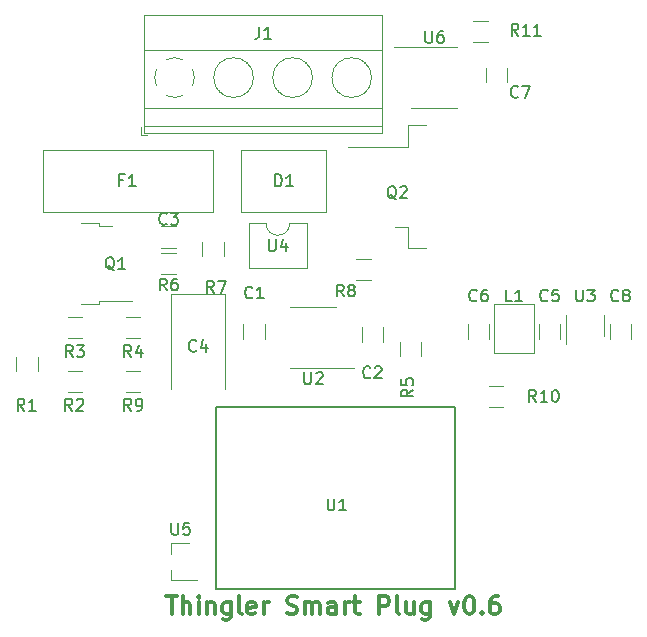
<source format=gbr>
G04 #@! TF.GenerationSoftware,KiCad,Pcbnew,(5.1.4-0-10_14)*
G04 #@! TF.CreationDate,2020-08-02T20:06:06+03:00*
G04 #@! TF.ProjectId,smart-plug,736d6172-742d-4706-9c75-672e6b696361,rev?*
G04 #@! TF.SameCoordinates,Original*
G04 #@! TF.FileFunction,Legend,Top*
G04 #@! TF.FilePolarity,Positive*
%FSLAX46Y46*%
G04 Gerber Fmt 4.6, Leading zero omitted, Abs format (unit mm)*
G04 Created by KiCad (PCBNEW (5.1.4-0-10_14)) date 2020-08-02 20:06:06*
%MOMM*%
%LPD*%
G04 APERTURE LIST*
%ADD10C,0.300000*%
%ADD11C,0.120000*%
%ADD12C,0.150000*%
G04 APERTURE END LIST*
D10*
X130571428Y-102678571D02*
X131428571Y-102678571D01*
X131000000Y-104178571D02*
X131000000Y-102678571D01*
X131928571Y-104178571D02*
X131928571Y-102678571D01*
X132571428Y-104178571D02*
X132571428Y-103392857D01*
X132500000Y-103250000D01*
X132357142Y-103178571D01*
X132142857Y-103178571D01*
X132000000Y-103250000D01*
X131928571Y-103321428D01*
X133285714Y-104178571D02*
X133285714Y-103178571D01*
X133285714Y-102678571D02*
X133214285Y-102750000D01*
X133285714Y-102821428D01*
X133357142Y-102750000D01*
X133285714Y-102678571D01*
X133285714Y-102821428D01*
X134000000Y-103178571D02*
X134000000Y-104178571D01*
X134000000Y-103321428D02*
X134071428Y-103250000D01*
X134214285Y-103178571D01*
X134428571Y-103178571D01*
X134571428Y-103250000D01*
X134642857Y-103392857D01*
X134642857Y-104178571D01*
X136000000Y-103178571D02*
X136000000Y-104392857D01*
X135928571Y-104535714D01*
X135857142Y-104607142D01*
X135714285Y-104678571D01*
X135500000Y-104678571D01*
X135357142Y-104607142D01*
X136000000Y-104107142D02*
X135857142Y-104178571D01*
X135571428Y-104178571D01*
X135428571Y-104107142D01*
X135357142Y-104035714D01*
X135285714Y-103892857D01*
X135285714Y-103464285D01*
X135357142Y-103321428D01*
X135428571Y-103250000D01*
X135571428Y-103178571D01*
X135857142Y-103178571D01*
X136000000Y-103250000D01*
X136928571Y-104178571D02*
X136785714Y-104107142D01*
X136714285Y-103964285D01*
X136714285Y-102678571D01*
X138071428Y-104107142D02*
X137928571Y-104178571D01*
X137642857Y-104178571D01*
X137500000Y-104107142D01*
X137428571Y-103964285D01*
X137428571Y-103392857D01*
X137500000Y-103250000D01*
X137642857Y-103178571D01*
X137928571Y-103178571D01*
X138071428Y-103250000D01*
X138142857Y-103392857D01*
X138142857Y-103535714D01*
X137428571Y-103678571D01*
X138785714Y-104178571D02*
X138785714Y-103178571D01*
X138785714Y-103464285D02*
X138857142Y-103321428D01*
X138928571Y-103250000D01*
X139071428Y-103178571D01*
X139214285Y-103178571D01*
X140785714Y-104107142D02*
X141000000Y-104178571D01*
X141357142Y-104178571D01*
X141500000Y-104107142D01*
X141571428Y-104035714D01*
X141642857Y-103892857D01*
X141642857Y-103750000D01*
X141571428Y-103607142D01*
X141500000Y-103535714D01*
X141357142Y-103464285D01*
X141071428Y-103392857D01*
X140928571Y-103321428D01*
X140857142Y-103250000D01*
X140785714Y-103107142D01*
X140785714Y-102964285D01*
X140857142Y-102821428D01*
X140928571Y-102750000D01*
X141071428Y-102678571D01*
X141428571Y-102678571D01*
X141642857Y-102750000D01*
X142285714Y-104178571D02*
X142285714Y-103178571D01*
X142285714Y-103321428D02*
X142357142Y-103250000D01*
X142500000Y-103178571D01*
X142714285Y-103178571D01*
X142857142Y-103250000D01*
X142928571Y-103392857D01*
X142928571Y-104178571D01*
X142928571Y-103392857D02*
X143000000Y-103250000D01*
X143142857Y-103178571D01*
X143357142Y-103178571D01*
X143500000Y-103250000D01*
X143571428Y-103392857D01*
X143571428Y-104178571D01*
X144928571Y-104178571D02*
X144928571Y-103392857D01*
X144857142Y-103250000D01*
X144714285Y-103178571D01*
X144428571Y-103178571D01*
X144285714Y-103250000D01*
X144928571Y-104107142D02*
X144785714Y-104178571D01*
X144428571Y-104178571D01*
X144285714Y-104107142D01*
X144214285Y-103964285D01*
X144214285Y-103821428D01*
X144285714Y-103678571D01*
X144428571Y-103607142D01*
X144785714Y-103607142D01*
X144928571Y-103535714D01*
X145642857Y-104178571D02*
X145642857Y-103178571D01*
X145642857Y-103464285D02*
X145714285Y-103321428D01*
X145785714Y-103250000D01*
X145928571Y-103178571D01*
X146071428Y-103178571D01*
X146357142Y-103178571D02*
X146928571Y-103178571D01*
X146571428Y-102678571D02*
X146571428Y-103964285D01*
X146642857Y-104107142D01*
X146785714Y-104178571D01*
X146928571Y-104178571D01*
X148571428Y-104178571D02*
X148571428Y-102678571D01*
X149142857Y-102678571D01*
X149285714Y-102750000D01*
X149357142Y-102821428D01*
X149428571Y-102964285D01*
X149428571Y-103178571D01*
X149357142Y-103321428D01*
X149285714Y-103392857D01*
X149142857Y-103464285D01*
X148571428Y-103464285D01*
X150285714Y-104178571D02*
X150142857Y-104107142D01*
X150071428Y-103964285D01*
X150071428Y-102678571D01*
X151500000Y-103178571D02*
X151500000Y-104178571D01*
X150857142Y-103178571D02*
X150857142Y-103964285D01*
X150928571Y-104107142D01*
X151071428Y-104178571D01*
X151285714Y-104178571D01*
X151428571Y-104107142D01*
X151500000Y-104035714D01*
X152857142Y-103178571D02*
X152857142Y-104392857D01*
X152785714Y-104535714D01*
X152714285Y-104607142D01*
X152571428Y-104678571D01*
X152357142Y-104678571D01*
X152214285Y-104607142D01*
X152857142Y-104107142D02*
X152714285Y-104178571D01*
X152428571Y-104178571D01*
X152285714Y-104107142D01*
X152214285Y-104035714D01*
X152142857Y-103892857D01*
X152142857Y-103464285D01*
X152214285Y-103321428D01*
X152285714Y-103250000D01*
X152428571Y-103178571D01*
X152714285Y-103178571D01*
X152857142Y-103250000D01*
X154571428Y-103178571D02*
X154928571Y-104178571D01*
X155285714Y-103178571D01*
X156142857Y-102678571D02*
X156285714Y-102678571D01*
X156428571Y-102750000D01*
X156500000Y-102821428D01*
X156571428Y-102964285D01*
X156642857Y-103250000D01*
X156642857Y-103607142D01*
X156571428Y-103892857D01*
X156500000Y-104035714D01*
X156428571Y-104107142D01*
X156285714Y-104178571D01*
X156142857Y-104178571D01*
X156000000Y-104107142D01*
X155928571Y-104035714D01*
X155857142Y-103892857D01*
X155785714Y-103607142D01*
X155785714Y-103250000D01*
X155857142Y-102964285D01*
X155928571Y-102821428D01*
X156000000Y-102750000D01*
X156142857Y-102678571D01*
X157285714Y-104035714D02*
X157357142Y-104107142D01*
X157285714Y-104178571D01*
X157214285Y-104107142D01*
X157285714Y-104035714D01*
X157285714Y-104178571D01*
X158642857Y-102678571D02*
X158357142Y-102678571D01*
X158214285Y-102750000D01*
X158142857Y-102821428D01*
X158000000Y-103035714D01*
X157928571Y-103321428D01*
X157928571Y-103892857D01*
X158000000Y-104035714D01*
X158071428Y-104107142D01*
X158214285Y-104178571D01*
X158500000Y-104178571D01*
X158642857Y-104107142D01*
X158714285Y-104035714D01*
X158785714Y-103892857D01*
X158785714Y-103535714D01*
X158714285Y-103392857D01*
X158642857Y-103321428D01*
X158500000Y-103250000D01*
X158214285Y-103250000D01*
X158071428Y-103321428D01*
X158000000Y-103392857D01*
X157928571Y-103535714D01*
D11*
X157897936Y-86660000D02*
X159102064Y-86660000D01*
X157897936Y-84840000D02*
X159102064Y-84840000D01*
X130990000Y-98170000D02*
X130990000Y-99100000D01*
X130990000Y-101330000D02*
X130990000Y-100400000D01*
X130990000Y-101330000D02*
X133150000Y-101330000D01*
X130990000Y-98170000D02*
X132450000Y-98170000D01*
X137090000Y-79647936D02*
X137090000Y-80852064D01*
X138910000Y-79647936D02*
X138910000Y-80852064D01*
X130990000Y-77090000D02*
X130990000Y-85150000D01*
X135510000Y-77090000D02*
X130990000Y-77090000D01*
X135510000Y-85150000D02*
X135510000Y-77090000D01*
X150340000Y-81147936D02*
X150340000Y-82352064D01*
X152160000Y-81147936D02*
X152160000Y-82352064D01*
D12*
X134725000Y-102010000D02*
X155000000Y-102010000D01*
X155000000Y-102010000D02*
X155000000Y-86675000D01*
X155000000Y-86675000D02*
X134725000Y-86675000D01*
X134725000Y-86675000D02*
X134725000Y-102000000D01*
D11*
X127147936Y-83590000D02*
X128352064Y-83590000D01*
X127147936Y-85410000D02*
X128352064Y-85410000D01*
X157910000Y-79647936D02*
X157910000Y-80852064D01*
X156090000Y-79647936D02*
X156090000Y-80852064D01*
X164390000Y-78850000D02*
X164390000Y-81300000D01*
X167610000Y-80650000D02*
X167610000Y-78850000D01*
X153250000Y-61310000D02*
X155200000Y-61310000D01*
X153250000Y-61310000D02*
X151300000Y-61310000D01*
X153250000Y-56190000D02*
X155200000Y-56190000D01*
X153250000Y-56190000D02*
X149800000Y-56190000D01*
X156560436Y-55750000D02*
X157764564Y-55750000D01*
X156560436Y-53930000D02*
X157764564Y-53930000D01*
X123320000Y-77950000D02*
X124820000Y-77950000D01*
X124820000Y-77950000D02*
X124820000Y-77680000D01*
X124820000Y-77680000D02*
X127650000Y-77680000D01*
X123320000Y-71050000D02*
X124820000Y-71050000D01*
X124820000Y-71050000D02*
X124820000Y-71320000D01*
X124820000Y-71320000D02*
X125920000Y-71320000D01*
X143000000Y-78190000D02*
X141050000Y-78190000D01*
X143000000Y-78190000D02*
X144950000Y-78190000D01*
X143000000Y-83310000D02*
X141050000Y-83310000D01*
X143000000Y-83310000D02*
X146450000Y-83310000D01*
X127147936Y-80810000D02*
X128352064Y-80810000D01*
X127147936Y-78990000D02*
X128352064Y-78990000D01*
X137550000Y-71100000D02*
X137550000Y-74900000D01*
X141000000Y-71100000D02*
G75*
G02X139000000Y-71100000I-1000000J0D01*
G01*
X137550000Y-74900000D02*
X142450000Y-74900000D01*
X142450000Y-71100000D02*
X141000000Y-71100000D01*
X142450000Y-74900000D02*
X142450000Y-71100000D01*
X139000000Y-71100000D02*
X137550000Y-71100000D01*
X163910000Y-80852064D02*
X163910000Y-79647936D01*
X162090000Y-80852064D02*
X162090000Y-79647936D01*
X147090000Y-79897936D02*
X147090000Y-81102064D01*
X148910000Y-79897936D02*
X148910000Y-81102064D01*
X131352064Y-73160000D02*
X130147936Y-73160000D01*
X131352064Y-71340000D02*
X130147936Y-71340000D01*
X158300000Y-77900000D02*
X158300000Y-82100000D01*
X161700000Y-77900000D02*
X158300000Y-77900000D01*
X161700000Y-82100000D02*
X161700000Y-77900000D01*
X158300000Y-82100000D02*
X161700000Y-82100000D01*
X119660000Y-82397936D02*
X119660000Y-83602064D01*
X117840000Y-82397936D02*
X117840000Y-83602064D01*
X122197936Y-85410000D02*
X123402064Y-85410000D01*
X122197936Y-83590000D02*
X123402064Y-83590000D01*
X122197936Y-78990000D02*
X123402064Y-78990000D01*
X122197936Y-80810000D02*
X123402064Y-80810000D01*
X135410000Y-72647936D02*
X135410000Y-73852064D01*
X133590000Y-72647936D02*
X133590000Y-73852064D01*
X144100000Y-70100000D02*
X144100000Y-64900000D01*
X144100000Y-64900000D02*
X136900000Y-64900000D01*
X136900000Y-70100000D02*
X144100000Y-70100000D01*
X136900000Y-64900000D02*
X136900000Y-70100000D01*
X134500000Y-70150000D02*
X120100000Y-70150000D01*
X134500000Y-70150000D02*
X134500000Y-64850000D01*
X120100000Y-64850000D02*
X120100000Y-70150000D01*
X120100000Y-64850000D02*
X134500000Y-64850000D01*
X152550000Y-62800000D02*
X151050000Y-62800000D01*
X151050000Y-62800000D02*
X151050000Y-64610000D01*
X151050000Y-64610000D02*
X145925000Y-64610000D01*
X152550000Y-73200000D02*
X151050000Y-73200000D01*
X151050000Y-73200000D02*
X151050000Y-71390000D01*
X151050000Y-71390000D02*
X149950000Y-71390000D01*
X131352064Y-75410000D02*
X130147936Y-75410000D01*
X131352064Y-73590000D02*
X130147936Y-73590000D01*
X147852064Y-74090000D02*
X146647936Y-74090000D01*
X147852064Y-75910000D02*
X146647936Y-75910000D01*
X159410000Y-57897936D02*
X159410000Y-59102064D01*
X157590000Y-57897936D02*
X157590000Y-59102064D01*
X128450000Y-63650000D02*
X128950000Y-63650000D01*
X128450000Y-62910000D02*
X128450000Y-63650000D01*
X145023000Y-59773000D02*
X144976000Y-59819000D01*
X147320000Y-57475000D02*
X147285000Y-57511000D01*
X145216000Y-59989000D02*
X145181000Y-60024000D01*
X147525000Y-57681000D02*
X147478000Y-57727000D01*
X140023000Y-59773000D02*
X139976000Y-59819000D01*
X142320000Y-57475000D02*
X142285000Y-57511000D01*
X140216000Y-59989000D02*
X140181000Y-60024000D01*
X142525000Y-57681000D02*
X142478000Y-57727000D01*
X135023000Y-59773000D02*
X134976000Y-59819000D01*
X137320000Y-57475000D02*
X137285000Y-57511000D01*
X135216000Y-59989000D02*
X135181000Y-60024000D01*
X137525000Y-57681000D02*
X137478000Y-57727000D01*
X148811000Y-53489000D02*
X148811000Y-63410000D01*
X128690000Y-53489000D02*
X128690000Y-63410000D01*
X128690000Y-63410000D02*
X148811000Y-63410000D01*
X128690000Y-53489000D02*
X148811000Y-53489000D01*
X128690000Y-56449000D02*
X148811000Y-56449000D01*
X128690000Y-61350000D02*
X148811000Y-61350000D01*
X128690000Y-62850000D02*
X148811000Y-62850000D01*
X147930000Y-58750000D02*
G75*
G03X147930000Y-58750000I-1680000J0D01*
G01*
X142930000Y-58750000D02*
G75*
G03X142930000Y-58750000I-1680000J0D01*
G01*
X137930000Y-58750000D02*
G75*
G03X137930000Y-58750000I-1680000J0D01*
G01*
X131278805Y-60430253D02*
G75*
G02X130566000Y-60285000I-28805J1680253D01*
G01*
X129714574Y-59433042D02*
G75*
G02X129715000Y-58066000I1535426J683042D01*
G01*
X130566958Y-57214574D02*
G75*
G02X131934000Y-57215000I683042J-1535426D01*
G01*
X132785426Y-58066958D02*
G75*
G02X132785000Y-59434000I-1535426J-683042D01*
G01*
X131933318Y-60284756D02*
G75*
G02X131250000Y-60430000I-683318J1534756D01*
G01*
X169910000Y-79647936D02*
X169910000Y-80852064D01*
X168090000Y-79647936D02*
X168090000Y-80852064D01*
D12*
X161857142Y-86202380D02*
X161523809Y-85726190D01*
X161285714Y-86202380D02*
X161285714Y-85202380D01*
X161666666Y-85202380D01*
X161761904Y-85250000D01*
X161809523Y-85297619D01*
X161857142Y-85392857D01*
X161857142Y-85535714D01*
X161809523Y-85630952D01*
X161761904Y-85678571D01*
X161666666Y-85726190D01*
X161285714Y-85726190D01*
X162809523Y-86202380D02*
X162238095Y-86202380D01*
X162523809Y-86202380D02*
X162523809Y-85202380D01*
X162428571Y-85345238D01*
X162333333Y-85440476D01*
X162238095Y-85488095D01*
X163428571Y-85202380D02*
X163523809Y-85202380D01*
X163619047Y-85250000D01*
X163666666Y-85297619D01*
X163714285Y-85392857D01*
X163761904Y-85583333D01*
X163761904Y-85821428D01*
X163714285Y-86011904D01*
X163666666Y-86107142D01*
X163619047Y-86154761D01*
X163523809Y-86202380D01*
X163428571Y-86202380D01*
X163333333Y-86154761D01*
X163285714Y-86107142D01*
X163238095Y-86011904D01*
X163190476Y-85821428D01*
X163190476Y-85583333D01*
X163238095Y-85392857D01*
X163285714Y-85297619D01*
X163333333Y-85250000D01*
X163428571Y-85202380D01*
X130988095Y-96452380D02*
X130988095Y-97261904D01*
X131035714Y-97357142D01*
X131083333Y-97404761D01*
X131178571Y-97452380D01*
X131369047Y-97452380D01*
X131464285Y-97404761D01*
X131511904Y-97357142D01*
X131559523Y-97261904D01*
X131559523Y-96452380D01*
X132511904Y-96452380D02*
X132035714Y-96452380D01*
X131988095Y-96928571D01*
X132035714Y-96880952D01*
X132130952Y-96833333D01*
X132369047Y-96833333D01*
X132464285Y-96880952D01*
X132511904Y-96928571D01*
X132559523Y-97023809D01*
X132559523Y-97261904D01*
X132511904Y-97357142D01*
X132464285Y-97404761D01*
X132369047Y-97452380D01*
X132130952Y-97452380D01*
X132035714Y-97404761D01*
X131988095Y-97357142D01*
X137833333Y-77357142D02*
X137785714Y-77404761D01*
X137642857Y-77452380D01*
X137547619Y-77452380D01*
X137404761Y-77404761D01*
X137309523Y-77309523D01*
X137261904Y-77214285D01*
X137214285Y-77023809D01*
X137214285Y-76880952D01*
X137261904Y-76690476D01*
X137309523Y-76595238D01*
X137404761Y-76500000D01*
X137547619Y-76452380D01*
X137642857Y-76452380D01*
X137785714Y-76500000D01*
X137833333Y-76547619D01*
X138785714Y-77452380D02*
X138214285Y-77452380D01*
X138500000Y-77452380D02*
X138500000Y-76452380D01*
X138404761Y-76595238D01*
X138309523Y-76690476D01*
X138214285Y-76738095D01*
X133083333Y-81857142D02*
X133035714Y-81904761D01*
X132892857Y-81952380D01*
X132797619Y-81952380D01*
X132654761Y-81904761D01*
X132559523Y-81809523D01*
X132511904Y-81714285D01*
X132464285Y-81523809D01*
X132464285Y-81380952D01*
X132511904Y-81190476D01*
X132559523Y-81095238D01*
X132654761Y-81000000D01*
X132797619Y-80952380D01*
X132892857Y-80952380D01*
X133035714Y-81000000D01*
X133083333Y-81047619D01*
X133940476Y-81285714D02*
X133940476Y-81952380D01*
X133702380Y-80904761D02*
X133464285Y-81619047D01*
X134083333Y-81619047D01*
X151452380Y-85166666D02*
X150976190Y-85500000D01*
X151452380Y-85738095D02*
X150452380Y-85738095D01*
X150452380Y-85357142D01*
X150500000Y-85261904D01*
X150547619Y-85214285D01*
X150642857Y-85166666D01*
X150785714Y-85166666D01*
X150880952Y-85214285D01*
X150928571Y-85261904D01*
X150976190Y-85357142D01*
X150976190Y-85738095D01*
X150452380Y-84261904D02*
X150452380Y-84738095D01*
X150928571Y-84785714D01*
X150880952Y-84738095D01*
X150833333Y-84642857D01*
X150833333Y-84404761D01*
X150880952Y-84309523D01*
X150928571Y-84261904D01*
X151023809Y-84214285D01*
X151261904Y-84214285D01*
X151357142Y-84261904D01*
X151404761Y-84309523D01*
X151452380Y-84404761D01*
X151452380Y-84642857D01*
X151404761Y-84738095D01*
X151357142Y-84785714D01*
X144218095Y-94402380D02*
X144218095Y-95211904D01*
X144265714Y-95307142D01*
X144313333Y-95354761D01*
X144408571Y-95402380D01*
X144599047Y-95402380D01*
X144694285Y-95354761D01*
X144741904Y-95307142D01*
X144789523Y-95211904D01*
X144789523Y-94402380D01*
X145789523Y-95402380D02*
X145218095Y-95402380D01*
X145503809Y-95402380D02*
X145503809Y-94402380D01*
X145408571Y-94545238D01*
X145313333Y-94640476D01*
X145218095Y-94688095D01*
X127583333Y-86952380D02*
X127250000Y-86476190D01*
X127011904Y-86952380D02*
X127011904Y-85952380D01*
X127392857Y-85952380D01*
X127488095Y-86000000D01*
X127535714Y-86047619D01*
X127583333Y-86142857D01*
X127583333Y-86285714D01*
X127535714Y-86380952D01*
X127488095Y-86428571D01*
X127392857Y-86476190D01*
X127011904Y-86476190D01*
X128059523Y-86952380D02*
X128250000Y-86952380D01*
X128345238Y-86904761D01*
X128392857Y-86857142D01*
X128488095Y-86714285D01*
X128535714Y-86523809D01*
X128535714Y-86142857D01*
X128488095Y-86047619D01*
X128440476Y-86000000D01*
X128345238Y-85952380D01*
X128154761Y-85952380D01*
X128059523Y-86000000D01*
X128011904Y-86047619D01*
X127964285Y-86142857D01*
X127964285Y-86380952D01*
X128011904Y-86476190D01*
X128059523Y-86523809D01*
X128154761Y-86571428D01*
X128345238Y-86571428D01*
X128440476Y-86523809D01*
X128488095Y-86476190D01*
X128535714Y-86380952D01*
X156833333Y-77607142D02*
X156785714Y-77654761D01*
X156642857Y-77702380D01*
X156547619Y-77702380D01*
X156404761Y-77654761D01*
X156309523Y-77559523D01*
X156261904Y-77464285D01*
X156214285Y-77273809D01*
X156214285Y-77130952D01*
X156261904Y-76940476D01*
X156309523Y-76845238D01*
X156404761Y-76750000D01*
X156547619Y-76702380D01*
X156642857Y-76702380D01*
X156785714Y-76750000D01*
X156833333Y-76797619D01*
X157690476Y-76702380D02*
X157500000Y-76702380D01*
X157404761Y-76750000D01*
X157357142Y-76797619D01*
X157261904Y-76940476D01*
X157214285Y-77130952D01*
X157214285Y-77511904D01*
X157261904Y-77607142D01*
X157309523Y-77654761D01*
X157404761Y-77702380D01*
X157595238Y-77702380D01*
X157690476Y-77654761D01*
X157738095Y-77607142D01*
X157785714Y-77511904D01*
X157785714Y-77273809D01*
X157738095Y-77178571D01*
X157690476Y-77130952D01*
X157595238Y-77083333D01*
X157404761Y-77083333D01*
X157309523Y-77130952D01*
X157261904Y-77178571D01*
X157214285Y-77273809D01*
X165238095Y-76702380D02*
X165238095Y-77511904D01*
X165285714Y-77607142D01*
X165333333Y-77654761D01*
X165428571Y-77702380D01*
X165619047Y-77702380D01*
X165714285Y-77654761D01*
X165761904Y-77607142D01*
X165809523Y-77511904D01*
X165809523Y-76702380D01*
X166190476Y-76702380D02*
X166809523Y-76702380D01*
X166476190Y-77083333D01*
X166619047Y-77083333D01*
X166714285Y-77130952D01*
X166761904Y-77178571D01*
X166809523Y-77273809D01*
X166809523Y-77511904D01*
X166761904Y-77607142D01*
X166714285Y-77654761D01*
X166619047Y-77702380D01*
X166333333Y-77702380D01*
X166238095Y-77654761D01*
X166190476Y-77607142D01*
X152488095Y-54802380D02*
X152488095Y-55611904D01*
X152535714Y-55707142D01*
X152583333Y-55754761D01*
X152678571Y-55802380D01*
X152869047Y-55802380D01*
X152964285Y-55754761D01*
X153011904Y-55707142D01*
X153059523Y-55611904D01*
X153059523Y-54802380D01*
X153964285Y-54802380D02*
X153773809Y-54802380D01*
X153678571Y-54850000D01*
X153630952Y-54897619D01*
X153535714Y-55040476D01*
X153488095Y-55230952D01*
X153488095Y-55611904D01*
X153535714Y-55707142D01*
X153583333Y-55754761D01*
X153678571Y-55802380D01*
X153869047Y-55802380D01*
X153964285Y-55754761D01*
X154011904Y-55707142D01*
X154059523Y-55611904D01*
X154059523Y-55373809D01*
X154011904Y-55278571D01*
X153964285Y-55230952D01*
X153869047Y-55183333D01*
X153678571Y-55183333D01*
X153583333Y-55230952D01*
X153535714Y-55278571D01*
X153488095Y-55373809D01*
X160357142Y-55202380D02*
X160023809Y-54726190D01*
X159785714Y-55202380D02*
X159785714Y-54202380D01*
X160166666Y-54202380D01*
X160261904Y-54250000D01*
X160309523Y-54297619D01*
X160357142Y-54392857D01*
X160357142Y-54535714D01*
X160309523Y-54630952D01*
X160261904Y-54678571D01*
X160166666Y-54726190D01*
X159785714Y-54726190D01*
X161309523Y-55202380D02*
X160738095Y-55202380D01*
X161023809Y-55202380D02*
X161023809Y-54202380D01*
X160928571Y-54345238D01*
X160833333Y-54440476D01*
X160738095Y-54488095D01*
X162261904Y-55202380D02*
X161690476Y-55202380D01*
X161976190Y-55202380D02*
X161976190Y-54202380D01*
X161880952Y-54345238D01*
X161785714Y-54440476D01*
X161690476Y-54488095D01*
X126154761Y-75047619D02*
X126059523Y-75000000D01*
X125964285Y-74904761D01*
X125821428Y-74761904D01*
X125726190Y-74714285D01*
X125630952Y-74714285D01*
X125678571Y-74952380D02*
X125583333Y-74904761D01*
X125488095Y-74809523D01*
X125440476Y-74619047D01*
X125440476Y-74285714D01*
X125488095Y-74095238D01*
X125583333Y-74000000D01*
X125678571Y-73952380D01*
X125869047Y-73952380D01*
X125964285Y-74000000D01*
X126059523Y-74095238D01*
X126107142Y-74285714D01*
X126107142Y-74619047D01*
X126059523Y-74809523D01*
X125964285Y-74904761D01*
X125869047Y-74952380D01*
X125678571Y-74952380D01*
X127059523Y-74952380D02*
X126488095Y-74952380D01*
X126773809Y-74952380D02*
X126773809Y-73952380D01*
X126678571Y-74095238D01*
X126583333Y-74190476D01*
X126488095Y-74238095D01*
X142238095Y-83702380D02*
X142238095Y-84511904D01*
X142285714Y-84607142D01*
X142333333Y-84654761D01*
X142428571Y-84702380D01*
X142619047Y-84702380D01*
X142714285Y-84654761D01*
X142761904Y-84607142D01*
X142809523Y-84511904D01*
X142809523Y-83702380D01*
X143238095Y-83797619D02*
X143285714Y-83750000D01*
X143380952Y-83702380D01*
X143619047Y-83702380D01*
X143714285Y-83750000D01*
X143761904Y-83797619D01*
X143809523Y-83892857D01*
X143809523Y-83988095D01*
X143761904Y-84130952D01*
X143190476Y-84702380D01*
X143809523Y-84702380D01*
X127583333Y-82402380D02*
X127250000Y-81926190D01*
X127011904Y-82402380D02*
X127011904Y-81402380D01*
X127392857Y-81402380D01*
X127488095Y-81450000D01*
X127535714Y-81497619D01*
X127583333Y-81592857D01*
X127583333Y-81735714D01*
X127535714Y-81830952D01*
X127488095Y-81878571D01*
X127392857Y-81926190D01*
X127011904Y-81926190D01*
X128440476Y-81735714D02*
X128440476Y-82402380D01*
X128202380Y-81354761D02*
X127964285Y-82069047D01*
X128583333Y-82069047D01*
X139238095Y-72452380D02*
X139238095Y-73261904D01*
X139285714Y-73357142D01*
X139333333Y-73404761D01*
X139428571Y-73452380D01*
X139619047Y-73452380D01*
X139714285Y-73404761D01*
X139761904Y-73357142D01*
X139809523Y-73261904D01*
X139809523Y-72452380D01*
X140714285Y-72785714D02*
X140714285Y-73452380D01*
X140476190Y-72404761D02*
X140238095Y-73119047D01*
X140857142Y-73119047D01*
X162833333Y-77607142D02*
X162785714Y-77654761D01*
X162642857Y-77702380D01*
X162547619Y-77702380D01*
X162404761Y-77654761D01*
X162309523Y-77559523D01*
X162261904Y-77464285D01*
X162214285Y-77273809D01*
X162214285Y-77130952D01*
X162261904Y-76940476D01*
X162309523Y-76845238D01*
X162404761Y-76750000D01*
X162547619Y-76702380D01*
X162642857Y-76702380D01*
X162785714Y-76750000D01*
X162833333Y-76797619D01*
X163738095Y-76702380D02*
X163261904Y-76702380D01*
X163214285Y-77178571D01*
X163261904Y-77130952D01*
X163357142Y-77083333D01*
X163595238Y-77083333D01*
X163690476Y-77130952D01*
X163738095Y-77178571D01*
X163785714Y-77273809D01*
X163785714Y-77511904D01*
X163738095Y-77607142D01*
X163690476Y-77654761D01*
X163595238Y-77702380D01*
X163357142Y-77702380D01*
X163261904Y-77654761D01*
X163214285Y-77607142D01*
X147833333Y-84107142D02*
X147785714Y-84154761D01*
X147642857Y-84202380D01*
X147547619Y-84202380D01*
X147404761Y-84154761D01*
X147309523Y-84059523D01*
X147261904Y-83964285D01*
X147214285Y-83773809D01*
X147214285Y-83630952D01*
X147261904Y-83440476D01*
X147309523Y-83345238D01*
X147404761Y-83250000D01*
X147547619Y-83202380D01*
X147642857Y-83202380D01*
X147785714Y-83250000D01*
X147833333Y-83297619D01*
X148214285Y-83297619D02*
X148261904Y-83250000D01*
X148357142Y-83202380D01*
X148595238Y-83202380D01*
X148690476Y-83250000D01*
X148738095Y-83297619D01*
X148785714Y-83392857D01*
X148785714Y-83488095D01*
X148738095Y-83630952D01*
X148166666Y-84202380D01*
X148785714Y-84202380D01*
X130583333Y-71107142D02*
X130535714Y-71154761D01*
X130392857Y-71202380D01*
X130297619Y-71202380D01*
X130154761Y-71154761D01*
X130059523Y-71059523D01*
X130011904Y-70964285D01*
X129964285Y-70773809D01*
X129964285Y-70630952D01*
X130011904Y-70440476D01*
X130059523Y-70345238D01*
X130154761Y-70250000D01*
X130297619Y-70202380D01*
X130392857Y-70202380D01*
X130535714Y-70250000D01*
X130583333Y-70297619D01*
X130916666Y-70202380D02*
X131535714Y-70202380D01*
X131202380Y-70583333D01*
X131345238Y-70583333D01*
X131440476Y-70630952D01*
X131488095Y-70678571D01*
X131535714Y-70773809D01*
X131535714Y-71011904D01*
X131488095Y-71107142D01*
X131440476Y-71154761D01*
X131345238Y-71202380D01*
X131059523Y-71202380D01*
X130964285Y-71154761D01*
X130916666Y-71107142D01*
X159833333Y-77702380D02*
X159357142Y-77702380D01*
X159357142Y-76702380D01*
X160690476Y-77702380D02*
X160119047Y-77702380D01*
X160404761Y-77702380D02*
X160404761Y-76702380D01*
X160309523Y-76845238D01*
X160214285Y-76940476D01*
X160119047Y-76988095D01*
X118533333Y-86952380D02*
X118200000Y-86476190D01*
X117961904Y-86952380D02*
X117961904Y-85952380D01*
X118342857Y-85952380D01*
X118438095Y-86000000D01*
X118485714Y-86047619D01*
X118533333Y-86142857D01*
X118533333Y-86285714D01*
X118485714Y-86380952D01*
X118438095Y-86428571D01*
X118342857Y-86476190D01*
X117961904Y-86476190D01*
X119485714Y-86952380D02*
X118914285Y-86952380D01*
X119200000Y-86952380D02*
X119200000Y-85952380D01*
X119104761Y-86095238D01*
X119009523Y-86190476D01*
X118914285Y-86238095D01*
X122583333Y-86952380D02*
X122250000Y-86476190D01*
X122011904Y-86952380D02*
X122011904Y-85952380D01*
X122392857Y-85952380D01*
X122488095Y-86000000D01*
X122535714Y-86047619D01*
X122583333Y-86142857D01*
X122583333Y-86285714D01*
X122535714Y-86380952D01*
X122488095Y-86428571D01*
X122392857Y-86476190D01*
X122011904Y-86476190D01*
X122964285Y-86047619D02*
X123011904Y-86000000D01*
X123107142Y-85952380D01*
X123345238Y-85952380D01*
X123440476Y-86000000D01*
X123488095Y-86047619D01*
X123535714Y-86142857D01*
X123535714Y-86238095D01*
X123488095Y-86380952D01*
X122916666Y-86952380D01*
X123535714Y-86952380D01*
X122633333Y-82402380D02*
X122300000Y-81926190D01*
X122061904Y-82402380D02*
X122061904Y-81402380D01*
X122442857Y-81402380D01*
X122538095Y-81450000D01*
X122585714Y-81497619D01*
X122633333Y-81592857D01*
X122633333Y-81735714D01*
X122585714Y-81830952D01*
X122538095Y-81878571D01*
X122442857Y-81926190D01*
X122061904Y-81926190D01*
X122966666Y-81402380D02*
X123585714Y-81402380D01*
X123252380Y-81783333D01*
X123395238Y-81783333D01*
X123490476Y-81830952D01*
X123538095Y-81878571D01*
X123585714Y-81973809D01*
X123585714Y-82211904D01*
X123538095Y-82307142D01*
X123490476Y-82354761D01*
X123395238Y-82402380D01*
X123109523Y-82402380D01*
X123014285Y-82354761D01*
X122966666Y-82307142D01*
X134583333Y-76952380D02*
X134250000Y-76476190D01*
X134011904Y-76952380D02*
X134011904Y-75952380D01*
X134392857Y-75952380D01*
X134488095Y-76000000D01*
X134535714Y-76047619D01*
X134583333Y-76142857D01*
X134583333Y-76285714D01*
X134535714Y-76380952D01*
X134488095Y-76428571D01*
X134392857Y-76476190D01*
X134011904Y-76476190D01*
X134916666Y-75952380D02*
X135583333Y-75952380D01*
X135154761Y-76952380D01*
X139761904Y-67952380D02*
X139761904Y-66952380D01*
X140000000Y-66952380D01*
X140142857Y-67000000D01*
X140238095Y-67095238D01*
X140285714Y-67190476D01*
X140333333Y-67380952D01*
X140333333Y-67523809D01*
X140285714Y-67714285D01*
X140238095Y-67809523D01*
X140142857Y-67904761D01*
X140000000Y-67952380D01*
X139761904Y-67952380D01*
X141285714Y-67952380D02*
X140714285Y-67952380D01*
X141000000Y-67952380D02*
X141000000Y-66952380D01*
X140904761Y-67095238D01*
X140809523Y-67190476D01*
X140714285Y-67238095D01*
X126916666Y-67428571D02*
X126583333Y-67428571D01*
X126583333Y-67952380D02*
X126583333Y-66952380D01*
X127059523Y-66952380D01*
X127964285Y-67952380D02*
X127392857Y-67952380D01*
X127678571Y-67952380D02*
X127678571Y-66952380D01*
X127583333Y-67095238D01*
X127488095Y-67190476D01*
X127392857Y-67238095D01*
X150029761Y-69047619D02*
X149934523Y-69000000D01*
X149839285Y-68904761D01*
X149696428Y-68761904D01*
X149601190Y-68714285D01*
X149505952Y-68714285D01*
X149553571Y-68952380D02*
X149458333Y-68904761D01*
X149363095Y-68809523D01*
X149315476Y-68619047D01*
X149315476Y-68285714D01*
X149363095Y-68095238D01*
X149458333Y-68000000D01*
X149553571Y-67952380D01*
X149744047Y-67952380D01*
X149839285Y-68000000D01*
X149934523Y-68095238D01*
X149982142Y-68285714D01*
X149982142Y-68619047D01*
X149934523Y-68809523D01*
X149839285Y-68904761D01*
X149744047Y-68952380D01*
X149553571Y-68952380D01*
X150363095Y-68047619D02*
X150410714Y-68000000D01*
X150505952Y-67952380D01*
X150744047Y-67952380D01*
X150839285Y-68000000D01*
X150886904Y-68047619D01*
X150934523Y-68142857D01*
X150934523Y-68238095D01*
X150886904Y-68380952D01*
X150315476Y-68952380D01*
X150934523Y-68952380D01*
X130583333Y-76772380D02*
X130250000Y-76296190D01*
X130011904Y-76772380D02*
X130011904Y-75772380D01*
X130392857Y-75772380D01*
X130488095Y-75820000D01*
X130535714Y-75867619D01*
X130583333Y-75962857D01*
X130583333Y-76105714D01*
X130535714Y-76200952D01*
X130488095Y-76248571D01*
X130392857Y-76296190D01*
X130011904Y-76296190D01*
X131440476Y-75772380D02*
X131250000Y-75772380D01*
X131154761Y-75820000D01*
X131107142Y-75867619D01*
X131011904Y-76010476D01*
X130964285Y-76200952D01*
X130964285Y-76581904D01*
X131011904Y-76677142D01*
X131059523Y-76724761D01*
X131154761Y-76772380D01*
X131345238Y-76772380D01*
X131440476Y-76724761D01*
X131488095Y-76677142D01*
X131535714Y-76581904D01*
X131535714Y-76343809D01*
X131488095Y-76248571D01*
X131440476Y-76200952D01*
X131345238Y-76153333D01*
X131154761Y-76153333D01*
X131059523Y-76200952D01*
X131011904Y-76248571D01*
X130964285Y-76343809D01*
X145583333Y-77272380D02*
X145250000Y-76796190D01*
X145011904Y-77272380D02*
X145011904Y-76272380D01*
X145392857Y-76272380D01*
X145488095Y-76320000D01*
X145535714Y-76367619D01*
X145583333Y-76462857D01*
X145583333Y-76605714D01*
X145535714Y-76700952D01*
X145488095Y-76748571D01*
X145392857Y-76796190D01*
X145011904Y-76796190D01*
X146154761Y-76700952D02*
X146059523Y-76653333D01*
X146011904Y-76605714D01*
X145964285Y-76510476D01*
X145964285Y-76462857D01*
X146011904Y-76367619D01*
X146059523Y-76320000D01*
X146154761Y-76272380D01*
X146345238Y-76272380D01*
X146440476Y-76320000D01*
X146488095Y-76367619D01*
X146535714Y-76462857D01*
X146535714Y-76510476D01*
X146488095Y-76605714D01*
X146440476Y-76653333D01*
X146345238Y-76700952D01*
X146154761Y-76700952D01*
X146059523Y-76748571D01*
X146011904Y-76796190D01*
X145964285Y-76891428D01*
X145964285Y-77081904D01*
X146011904Y-77177142D01*
X146059523Y-77224761D01*
X146154761Y-77272380D01*
X146345238Y-77272380D01*
X146440476Y-77224761D01*
X146488095Y-77177142D01*
X146535714Y-77081904D01*
X146535714Y-76891428D01*
X146488095Y-76796190D01*
X146440476Y-76748571D01*
X146345238Y-76700952D01*
X160333333Y-60357142D02*
X160285714Y-60404761D01*
X160142857Y-60452380D01*
X160047619Y-60452380D01*
X159904761Y-60404761D01*
X159809523Y-60309523D01*
X159761904Y-60214285D01*
X159714285Y-60023809D01*
X159714285Y-59880952D01*
X159761904Y-59690476D01*
X159809523Y-59595238D01*
X159904761Y-59500000D01*
X160047619Y-59452380D01*
X160142857Y-59452380D01*
X160285714Y-59500000D01*
X160333333Y-59547619D01*
X160666666Y-59452380D02*
X161333333Y-59452380D01*
X160904761Y-60452380D01*
X138416666Y-54452380D02*
X138416666Y-55166666D01*
X138369047Y-55309523D01*
X138273809Y-55404761D01*
X138130952Y-55452380D01*
X138035714Y-55452380D01*
X139416666Y-55452380D02*
X138845238Y-55452380D01*
X139130952Y-55452380D02*
X139130952Y-54452380D01*
X139035714Y-54595238D01*
X138940476Y-54690476D01*
X138845238Y-54738095D01*
X168833333Y-77607142D02*
X168785714Y-77654761D01*
X168642857Y-77702380D01*
X168547619Y-77702380D01*
X168404761Y-77654761D01*
X168309523Y-77559523D01*
X168261904Y-77464285D01*
X168214285Y-77273809D01*
X168214285Y-77130952D01*
X168261904Y-76940476D01*
X168309523Y-76845238D01*
X168404761Y-76750000D01*
X168547619Y-76702380D01*
X168642857Y-76702380D01*
X168785714Y-76750000D01*
X168833333Y-76797619D01*
X169404761Y-77130952D02*
X169309523Y-77083333D01*
X169261904Y-77035714D01*
X169214285Y-76940476D01*
X169214285Y-76892857D01*
X169261904Y-76797619D01*
X169309523Y-76750000D01*
X169404761Y-76702380D01*
X169595238Y-76702380D01*
X169690476Y-76750000D01*
X169738095Y-76797619D01*
X169785714Y-76892857D01*
X169785714Y-76940476D01*
X169738095Y-77035714D01*
X169690476Y-77083333D01*
X169595238Y-77130952D01*
X169404761Y-77130952D01*
X169309523Y-77178571D01*
X169261904Y-77226190D01*
X169214285Y-77321428D01*
X169214285Y-77511904D01*
X169261904Y-77607142D01*
X169309523Y-77654761D01*
X169404761Y-77702380D01*
X169595238Y-77702380D01*
X169690476Y-77654761D01*
X169738095Y-77607142D01*
X169785714Y-77511904D01*
X169785714Y-77321428D01*
X169738095Y-77226190D01*
X169690476Y-77178571D01*
X169595238Y-77130952D01*
M02*

</source>
